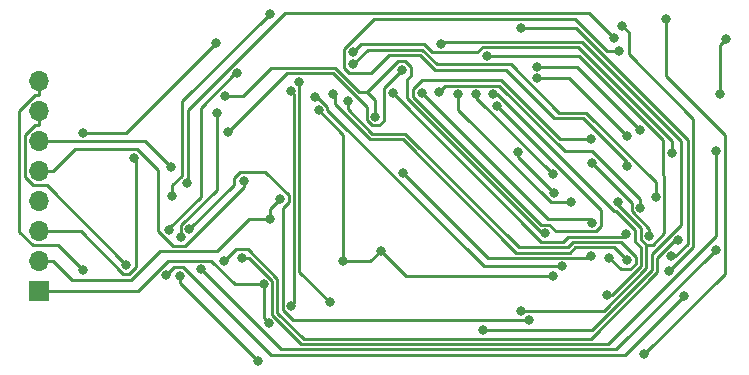
<source format=gbr>
G04 #@! TF.GenerationSoftware,KiCad,Pcbnew,5.0.2-bee76a0~70~ubuntu18.04.1*
G04 #@! TF.CreationDate,2019-01-18T08:46:58-08:00*
G04 #@! TF.ProjectId,SensorArray,53656e73-6f72-4417-9272-61792e6b6963,rev?*
G04 #@! TF.SameCoordinates,Original*
G04 #@! TF.FileFunction,Copper,L2,Bot*
G04 #@! TF.FilePolarity,Positive*
%FSLAX46Y46*%
G04 Gerber Fmt 4.6, Leading zero omitted, Abs format (unit mm)*
G04 Created by KiCad (PCBNEW 5.0.2-bee76a0~70~ubuntu18.04.1) date Fri 18 Jan 2019 08:46:58 AM PST*
%MOMM*%
%LPD*%
G01*
G04 APERTURE LIST*
G04 #@! TA.AperFunction,ComponentPad*
%ADD10R,1.700000X1.700000*%
G04 #@! TD*
G04 #@! TA.AperFunction,ComponentPad*
%ADD11O,1.700000X1.700000*%
G04 #@! TD*
G04 #@! TA.AperFunction,ViaPad*
%ADD12C,0.800000*%
G04 #@! TD*
G04 #@! TA.AperFunction,Conductor*
%ADD13C,0.250000*%
G04 #@! TD*
G04 APERTURE END LIST*
D10*
G04 #@! TO.P,J1,1*
G04 #@! TO.N,VCC*
X133350000Y-93980000D03*
D11*
G04 #@! TO.P,J1,2*
G04 #@! TO.N,GND*
X133350000Y-91440000D03*
G04 #@! TO.P,J1,3*
G04 #@! TO.N,/SD_IN*
X133350000Y-88900000D03*
G04 #@! TO.P,J1,4*
G04 #@! TO.N,/SC_IN*
X133350000Y-86360000D03*
G04 #@! TO.P,J1,5*
G04 #@! TO.N,/Reset*
X133350000Y-83820000D03*
G04 #@! TO.P,J1,6*
G04 #@! TO.N,/A0*
X133350000Y-81280000D03*
G04 #@! TO.P,J1,7*
G04 #@! TO.N,/A1*
X133350000Y-78740000D03*
G04 #@! TO.P,J1,8*
G04 #@! TO.N,/A2*
X133350000Y-76200000D03*
G04 #@! TD*
D12*
G04 #@! TO.N,GND*
X153759900Y-86121900D03*
X173908700Y-82199500D03*
X176983700Y-85666000D03*
X152900300Y-87845000D03*
G04 #@! TO.N,/OUT_1*
X180152500Y-83105300D03*
X185021600Y-89280700D03*
X186693300Y-92248000D03*
X182754200Y-71489900D03*
G04 #@! TO.N,/OUT_2*
X174130500Y-95624100D03*
X171252700Y-74037600D03*
X182382100Y-86375700D03*
G04 #@! TO.N,/OUT_3*
X161814500Y-79196000D03*
X149082000Y-77396900D03*
X176167600Y-89060900D03*
G04 #@! TO.N,/OUT_4*
X180124400Y-90972800D03*
X164180000Y-83959100D03*
G04 #@! TO.N,/OUT_5*
X157053100Y-78659100D03*
X176903300Y-92660000D03*
X162277900Y-90539000D03*
X159097200Y-91440000D03*
G04 #@! TO.N,VCC*
X152791300Y-96691300D03*
X152366800Y-93391500D03*
G04 #@! TO.N,/SD_IN*
X141362300Y-82644700D03*
G04 #@! TO.N,/Reset*
X150690900Y-84594700D03*
G04 #@! TO.N,/A0*
X144538100Y-83460500D03*
G04 #@! TO.N,/A1*
X140764600Y-91712800D03*
G04 #@! TO.N,/A2*
X137041400Y-92126300D03*
G04 #@! TO.N,Net-(JP1-Pad1)*
X137071100Y-80537000D03*
X148340700Y-72916800D03*
G04 #@! TO.N,/SD5_2.8*
X154721600Y-95191300D03*
X154659600Y-76988400D03*
G04 #@! TO.N,/SC5_2.8*
X157954300Y-94879200D03*
X155375500Y-76227000D03*
G04 #@! TO.N,/SD4*
X187499500Y-89624000D03*
X149051900Y-91396100D03*
G04 #@! TO.N,/SD4_2.8*
X185566000Y-85971900D03*
X159951100Y-74763000D03*
G04 #@! TO.N,/SC4*
X190672500Y-82055000D03*
X150583500Y-91112800D03*
G04 #@! TO.N,/SC4_2.8*
X159933000Y-73749200D03*
X186945500Y-82292800D03*
G04 #@! TO.N,/SD3*
X148387700Y-78915600D03*
X145347200Y-89382500D03*
G04 #@! TO.N,/SD3_2.8*
X149378300Y-80513600D03*
X164062100Y-75234200D03*
G04 #@! TO.N,/SC3*
X150147000Y-75500900D03*
X144383500Y-88756700D03*
G04 #@! TO.N,/SD2_2.8*
X170915300Y-97225700D03*
X167414900Y-73022600D03*
G04 #@! TO.N,/SD2*
X151915300Y-99901000D03*
X145285400Y-92669000D03*
G04 #@! TO.N,/SD0_2.8*
X175496300Y-74938300D03*
X184280500Y-80312500D03*
G04 #@! TO.N,/SD0*
X152875000Y-70460300D03*
X144655100Y-85924100D03*
X191561200Y-72581500D03*
X190991000Y-77298800D03*
G04 #@! TO.N,/SD1*
X187971800Y-94380700D03*
X144110400Y-92592900D03*
G04 #@! TO.N,/SD1_2.8*
X181428800Y-94304400D03*
X171804100Y-77292200D03*
G04 #@! TO.N,/SC2_2.8*
X184612700Y-99262600D03*
X186412600Y-70933400D03*
G04 #@! TO.N,/SC2*
X174829600Y-96366900D03*
X146087700Y-88708200D03*
G04 #@! TO.N,/SC0*
X182051800Y-72555800D03*
X145846700Y-84840500D03*
G04 #@! TO.N,/SC1_2.8*
X186908000Y-90978800D03*
X174167100Y-71672900D03*
G04 #@! TO.N,/SC1*
X190666500Y-90456100D03*
X147038100Y-92094300D03*
G04 #@! TO.N,Net-(R2-Pad2)*
X183135000Y-80812500D03*
X175495900Y-75938700D03*
G04 #@! TO.N,Net-(R3-Pad2)*
X183135000Y-83387000D03*
X182492300Y-73586000D03*
G04 #@! TO.N,Net-(R4-Pad2)*
X180128300Y-81056700D03*
X172146800Y-78322800D03*
G04 #@! TO.N,Net-(R5-Pad2)*
X176834600Y-84041000D03*
X170397900Y-77289600D03*
G04 #@! TO.N,Net-(R6-Pad2)*
X184257500Y-86903600D03*
X167241800Y-77069800D03*
G04 #@! TO.N,Net-(R7-Pad2)*
X165776800Y-77214400D03*
X180170400Y-88155300D03*
G04 #@! TO.N,Net-(R8-Pad2)*
X183042600Y-89080300D03*
X163295000Y-77216500D03*
G04 #@! TO.N,Net-(R9-Pad2)*
X181626300Y-91132300D03*
X159525800Y-77817800D03*
G04 #@! TO.N,Net-(R10-Pad2)*
X183135000Y-91349400D03*
X158215000Y-77232500D03*
G04 #@! TO.N,Net-(R11-Pad2)*
X156707400Y-77498100D03*
X177635500Y-91862500D03*
G04 #@! TO.N,Net-(R15-Pad2)*
X178377100Y-86382500D03*
X168830000Y-77289600D03*
G04 #@! TD*
D13*
G04 #@! TO.N,GND*
X153759900Y-86121900D02*
X152900300Y-86981500D01*
X152900300Y-86981500D02*
X152900300Y-87845000D01*
X152900300Y-87845000D02*
X151160300Y-87845000D01*
X151160300Y-87845000D02*
X148447200Y-90558100D01*
X148447200Y-90558100D02*
X143582200Y-90558100D01*
X143582200Y-90558100D02*
X141113800Y-93026500D01*
X141113800Y-93026500D02*
X136111800Y-93026500D01*
X136111800Y-93026500D02*
X134525300Y-91440000D01*
X173908700Y-82199500D02*
X173908700Y-82591000D01*
X173908700Y-82591000D02*
X176983700Y-85666000D01*
X133350000Y-91440000D02*
X134525300Y-91440000D01*
G04 #@! TO.N,/OUT_1*
X186693300Y-92248000D02*
X188716100Y-90225200D01*
X188716100Y-90225200D02*
X188716100Y-79352700D01*
X188716100Y-79352700D02*
X183279900Y-73916500D01*
X183279900Y-73916500D02*
X183279900Y-72015600D01*
X183279900Y-72015600D02*
X182754200Y-71489900D01*
X180152500Y-83105300D02*
X183532200Y-86485000D01*
X183532200Y-86485000D02*
X183532200Y-87204000D01*
X183532200Y-87204000D02*
X185021600Y-88693400D01*
X185021600Y-88693400D02*
X185021600Y-89280700D01*
G04 #@! TO.N,/OUT_2*
X184787700Y-90010800D02*
X185368600Y-90010800D01*
X185368600Y-90010800D02*
X186315700Y-89063700D01*
X186315700Y-89063700D02*
X186315700Y-84236700D01*
X186315700Y-84236700D02*
X186197300Y-84118300D01*
X186197300Y-84118300D02*
X186197300Y-81183800D01*
X186197300Y-81183800D02*
X179051100Y-74037600D01*
X179051100Y-74037600D02*
X171252700Y-74037600D01*
X182382100Y-86375700D02*
X182382100Y-86690800D01*
X182382100Y-86690800D02*
X184296300Y-88605000D01*
X184296300Y-88605000D02*
X184296300Y-89581100D01*
X184296300Y-89581100D02*
X184726000Y-90010800D01*
X184726000Y-90010800D02*
X184787700Y-90010800D01*
X174130500Y-95624100D02*
X181167800Y-95624100D01*
X181167800Y-95624100D02*
X184787700Y-92004200D01*
X184787700Y-92004200D02*
X184787700Y-90010800D01*
G04 #@! TO.N,/OUT_3*
X161155100Y-77100500D02*
X160489600Y-77100500D01*
X160489600Y-77100500D02*
X158440500Y-75051400D01*
X158440500Y-75051400D02*
X152959200Y-75051400D01*
X152959200Y-75051400D02*
X150613700Y-77396900D01*
X150613700Y-77396900D02*
X149082000Y-77396900D01*
X176167600Y-89060900D02*
X175955600Y-89060900D01*
X175955600Y-89060900D02*
X164532600Y-77637900D01*
X164532600Y-77637900D02*
X164532600Y-76019000D01*
X164532600Y-76019000D02*
X164817300Y-75734300D01*
X164817300Y-75734300D02*
X164817300Y-74960900D01*
X164817300Y-74960900D02*
X164317900Y-74461500D01*
X164317900Y-74461500D02*
X163794100Y-74461500D01*
X163794100Y-74461500D02*
X161155100Y-77100500D01*
X161155100Y-77100500D02*
X161814500Y-77759900D01*
X161814500Y-77759900D02*
X161814500Y-79196000D01*
G04 #@! TO.N,/OUT_4*
X164180000Y-83959100D02*
X171358000Y-91137100D01*
X171358000Y-91137100D02*
X179960100Y-91137100D01*
X179960100Y-91137100D02*
X180124400Y-90972800D01*
G04 #@! TO.N,/OUT_5*
X159097200Y-91440000D02*
X159097200Y-80703200D01*
X159097200Y-80703200D02*
X157053100Y-78659100D01*
X176903300Y-92660000D02*
X164398900Y-92660000D01*
X164398900Y-92660000D02*
X162277900Y-90539000D01*
X159097200Y-91440000D02*
X161376900Y-91440000D01*
X161376900Y-91440000D02*
X162277900Y-90539000D01*
G04 #@! TO.N,VCC*
X152366800Y-93391500D02*
X149915800Y-93391500D01*
X149915800Y-93391500D02*
X147889100Y-91364800D01*
X147889100Y-91364800D02*
X144312700Y-91364800D01*
X144312700Y-91364800D02*
X141697500Y-93980000D01*
X141697500Y-93980000D02*
X133350000Y-93980000D01*
X152366800Y-93391500D02*
X152366800Y-96266800D01*
X152366800Y-96266800D02*
X152791300Y-96691300D01*
G04 #@! TO.N,/SD_IN*
X141362300Y-82644700D02*
X141562000Y-82844400D01*
X141562000Y-82844400D02*
X141562000Y-91941300D01*
X141562000Y-91941300D02*
X141010900Y-92492400D01*
X141010900Y-92492400D02*
X140465400Y-92492400D01*
X140465400Y-92492400D02*
X136873000Y-88900000D01*
X136873000Y-88900000D02*
X133350000Y-88900000D01*
G04 #@! TO.N,/Reset*
X133350000Y-83820000D02*
X134525300Y-83820000D01*
X134525300Y-83820000D02*
X136446900Y-81898400D01*
X136446900Y-81898400D02*
X141661000Y-81898400D01*
X141661000Y-81898400D02*
X143463600Y-83701000D01*
X143463600Y-83701000D02*
X143463600Y-88866600D01*
X143463600Y-88866600D02*
X144704800Y-90107800D01*
X144704800Y-90107800D02*
X145729400Y-90107800D01*
X145729400Y-90107800D02*
X150690900Y-85146300D01*
X150690900Y-85146300D02*
X150690900Y-84594700D01*
G04 #@! TO.N,/A0*
X134525300Y-81280000D02*
X142357600Y-81280000D01*
X142357600Y-81280000D02*
X144538100Y-83460500D01*
X133350000Y-81280000D02*
X134525300Y-81280000D01*
G04 #@! TO.N,/A1*
X133350000Y-79915300D02*
X132982700Y-79915300D01*
X132982700Y-79915300D02*
X132174600Y-80723400D01*
X132174600Y-80723400D02*
X132174600Y-84308800D01*
X132174600Y-84308800D02*
X132871600Y-85005800D01*
X132871600Y-85005800D02*
X134057600Y-85005800D01*
X134057600Y-85005800D02*
X140764600Y-91712800D01*
X133350000Y-78740000D02*
X133350000Y-79915300D01*
G04 #@! TO.N,/A2*
X137041400Y-92126300D02*
X134990500Y-90075400D01*
X134990500Y-90075400D02*
X132832200Y-90075400D01*
X132832200Y-90075400D02*
X131690600Y-88933800D01*
X131690600Y-88933800D02*
X131690600Y-78667400D01*
X131690600Y-78667400D02*
X132982700Y-77375300D01*
X132982700Y-77375300D02*
X133350000Y-77375300D01*
X133350000Y-76200000D02*
X133350000Y-77375300D01*
G04 #@! TO.N,Net-(JP1-Pad1)*
X148340700Y-72916800D02*
X140720500Y-80537000D01*
X140720500Y-80537000D02*
X137071100Y-80537000D01*
G04 #@! TO.N,/SD5_2.8*
X154721600Y-95191300D02*
X154935500Y-94977400D01*
X154935500Y-94977400D02*
X154935500Y-77264300D01*
X154935500Y-77264300D02*
X154659600Y-76988400D01*
G04 #@! TO.N,/SC5_2.8*
X155375500Y-76227000D02*
X155385900Y-76237400D01*
X155385900Y-76237400D02*
X155385900Y-92310800D01*
X155385900Y-92310800D02*
X157954300Y-94879200D01*
G04 #@! TO.N,/SD4*
X149051900Y-91396100D02*
X150062100Y-90385900D01*
X150062100Y-90385900D02*
X151038000Y-90385900D01*
X151038000Y-90385900D02*
X153542400Y-92890300D01*
X153542400Y-92890300D02*
X153542400Y-95779700D01*
X153542400Y-95779700D02*
X155755900Y-97993200D01*
X155755900Y-97993200D02*
X180072500Y-97993200D01*
X180072500Y-97993200D02*
X185688300Y-92377400D01*
X185688300Y-92377400D02*
X185688300Y-91148500D01*
X185688300Y-91148500D02*
X187212800Y-89624000D01*
X187212800Y-89624000D02*
X187499500Y-89624000D01*
G04 #@! TO.N,/SD4_2.8*
X159951100Y-74763000D02*
X161190400Y-73523700D01*
X161190400Y-73523700D02*
X165790400Y-73523700D01*
X165790400Y-73523700D02*
X167029700Y-74763000D01*
X167029700Y-74763000D02*
X173288000Y-74763000D01*
X173288000Y-74763000D02*
X177371800Y-78846800D01*
X177371800Y-78846800D02*
X179664700Y-78846800D01*
X179664700Y-78846800D02*
X185566000Y-84748100D01*
X185566000Y-84748100D02*
X185566000Y-85971900D01*
G04 #@! TO.N,/SC4*
X190672500Y-82055000D02*
X190672500Y-89298000D01*
X190672500Y-89298000D02*
X181526900Y-98443600D01*
X181526900Y-98443600D02*
X155569400Y-98443600D01*
X155569400Y-98443600D02*
X153092100Y-95966300D01*
X153092100Y-95966300D02*
X153092100Y-93078800D01*
X153092100Y-93078800D02*
X151126100Y-91112800D01*
X151126100Y-91112800D02*
X150583500Y-91112800D01*
G04 #@! TO.N,/SC4_2.8*
X186945500Y-82292800D02*
X186945500Y-81248800D01*
X186945500Y-81248800D02*
X179009000Y-73312300D01*
X179009000Y-73312300D02*
X170912800Y-73312300D01*
X170912800Y-73312300D02*
X170476000Y-73749100D01*
X170476000Y-73749100D02*
X166652700Y-73749100D01*
X166652700Y-73749100D02*
X165972200Y-73068600D01*
X165972200Y-73068600D02*
X160613600Y-73068600D01*
X160613600Y-73068600D02*
X159933000Y-73749200D01*
G04 #@! TO.N,/SD3*
X148387700Y-78915600D02*
X148387700Y-85355700D01*
X148387700Y-85355700D02*
X145347200Y-88396200D01*
X145347200Y-88396200D02*
X145347200Y-89382500D01*
G04 #@! TO.N,/SD3_2.8*
X149378300Y-80513600D02*
X154390200Y-75501700D01*
X154390200Y-75501700D02*
X158253900Y-75501700D01*
X158253900Y-75501700D02*
X161089200Y-78337000D01*
X161089200Y-78337000D02*
X161089200Y-79496400D01*
X161089200Y-79496400D02*
X161514100Y-79921300D01*
X161514100Y-79921300D02*
X162174700Y-79921300D01*
X162174700Y-79921300D02*
X162569500Y-79526500D01*
X162569500Y-79526500D02*
X162569500Y-76726800D01*
X162569500Y-76726800D02*
X164062100Y-75234200D01*
G04 #@! TO.N,/SC3*
X144383500Y-88756700D02*
X144383500Y-88623000D01*
X144383500Y-88623000D02*
X147043700Y-85962800D01*
X147043700Y-85962800D02*
X147043700Y-78409400D01*
X147043700Y-78409400D02*
X149952100Y-75501000D01*
X149952100Y-75501000D02*
X150147000Y-75501000D01*
X150147000Y-75501000D02*
X150147000Y-75500900D01*
G04 #@! TO.N,/SD2_2.8*
X170915300Y-97225700D02*
X180203100Y-97225700D01*
X180203100Y-97225700D02*
X185238000Y-92190800D01*
X185238000Y-92190800D02*
X185238000Y-90852600D01*
X185238000Y-90852600D02*
X187712600Y-88378000D01*
X187712600Y-88378000D02*
X187712600Y-81284800D01*
X187712600Y-81284800D02*
X179289800Y-72862000D01*
X179289800Y-72862000D02*
X167575500Y-72862000D01*
X167575500Y-72862000D02*
X167414900Y-73022600D01*
G04 #@! TO.N,/SD2*
X145285400Y-92669000D02*
X145285400Y-93271100D01*
X145285400Y-93271100D02*
X151915300Y-99901000D01*
G04 #@! TO.N,/SD0_2.8*
X175496300Y-74938300D02*
X178906300Y-74938300D01*
X178906300Y-74938300D02*
X184280500Y-80312500D01*
G04 #@! TO.N,/SD0*
X152875000Y-70460300D02*
X145459100Y-77876200D01*
X145459100Y-77876200D02*
X145459100Y-84202400D01*
X145459100Y-84202400D02*
X144655100Y-85006400D01*
X144655100Y-85006400D02*
X144655100Y-85924100D01*
X190991000Y-77298800D02*
X190991000Y-73151700D01*
X190991000Y-73151700D02*
X191561200Y-72581500D01*
G04 #@! TO.N,/SD1*
X144110400Y-92592900D02*
X144794300Y-91909000D01*
X144794300Y-91909000D02*
X145553800Y-91909000D01*
X145553800Y-91909000D02*
X153018100Y-99373300D01*
X153018100Y-99373300D02*
X182979200Y-99373300D01*
X182979200Y-99373300D02*
X187971800Y-94380700D01*
G04 #@! TO.N,/SD1_2.8*
X171804100Y-77292200D02*
X172160900Y-77292200D01*
X172160900Y-77292200D02*
X182025700Y-87157000D01*
X182025700Y-87157000D02*
X182211400Y-87157000D01*
X182211400Y-87157000D02*
X183812600Y-88758200D01*
X183812600Y-88758200D02*
X183812600Y-89739800D01*
X183812600Y-89739800D02*
X184337400Y-90264600D01*
X184337400Y-90264600D02*
X184337400Y-91817600D01*
X184337400Y-91817600D02*
X181850600Y-94304400D01*
X181850600Y-94304400D02*
X181428800Y-94304400D01*
G04 #@! TO.N,/SC2_2.8*
X184612700Y-99262600D02*
X191397800Y-92477500D01*
X191397800Y-92477500D02*
X191397800Y-80760600D01*
X191397800Y-80760600D02*
X186412600Y-75775400D01*
X186412600Y-75775400D02*
X186412600Y-70933400D01*
G04 #@! TO.N,/SC2*
X174829600Y-96366900D02*
X154832200Y-96366900D01*
X154832200Y-96366900D02*
X153995600Y-95530300D01*
X153995600Y-95530300D02*
X153995600Y-86912000D01*
X153995600Y-86912000D02*
X154485200Y-86422400D01*
X154485200Y-86422400D02*
X154485200Y-85821400D01*
X154485200Y-85821400D02*
X152514800Y-83851000D01*
X152514800Y-83851000D02*
X150392900Y-83851000D01*
X150392900Y-83851000D02*
X149841000Y-84402900D01*
X149841000Y-84402900D02*
X149841000Y-84954900D01*
X149841000Y-84954900D02*
X146087700Y-88708200D01*
G04 #@! TO.N,/SC0*
X182051800Y-72555800D02*
X179942600Y-70446600D01*
X179942600Y-70446600D02*
X154155100Y-70446600D01*
X154155100Y-70446600D02*
X145970000Y-78631700D01*
X145970000Y-78631700D02*
X145970000Y-84717200D01*
X145970000Y-84717200D02*
X145846700Y-84840500D01*
G04 #@! TO.N,/SC1_2.8*
X186908000Y-90978800D02*
X187211500Y-90978800D01*
X187211500Y-90978800D02*
X188265800Y-89924500D01*
X188265800Y-89924500D02*
X188265800Y-81129800D01*
X188265800Y-81129800D02*
X178808900Y-71672900D01*
X178808900Y-71672900D02*
X174167100Y-71672900D01*
G04 #@! TO.N,/SC1*
X190666500Y-90456100D02*
X182227100Y-98895500D01*
X182227100Y-98895500D02*
X153839300Y-98895500D01*
X153839300Y-98895500D02*
X147038100Y-92094300D01*
G04 #@! TO.N,Net-(R2-Pad2)*
X175495900Y-75938700D02*
X178261200Y-75938700D01*
X178261200Y-75938700D02*
X183135000Y-80812500D01*
G04 #@! TO.N,Net-(R3-Pad2)*
X182492300Y-73586000D02*
X181432600Y-73586000D01*
X181432600Y-73586000D02*
X178743500Y-70896900D01*
X178743500Y-70896900D02*
X161759500Y-70896900D01*
X161759500Y-70896900D02*
X159167000Y-73489400D01*
X159167000Y-73489400D02*
X159167000Y-75038200D01*
X159167000Y-75038200D02*
X159631800Y-75503000D01*
X159631800Y-75503000D02*
X161460900Y-75503000D01*
X161460900Y-75503000D02*
X162989900Y-73974000D01*
X162989900Y-73974000D02*
X165603800Y-73974000D01*
X165603800Y-73974000D02*
X166843100Y-75213300D01*
X166843100Y-75213300D02*
X172888400Y-75213300D01*
X172888400Y-75213300D02*
X176972200Y-79297100D01*
X176972200Y-79297100D02*
X179420100Y-79297100D01*
X179420100Y-79297100D02*
X183135000Y-83012000D01*
X183135000Y-83012000D02*
X183135000Y-83387000D01*
G04 #@! TO.N,Net-(R4-Pad2)*
X172146800Y-78322800D02*
X180945100Y-87121100D01*
X180945100Y-87121100D02*
X180945100Y-88427400D01*
X180945100Y-88427400D02*
X180486900Y-88885600D01*
X180486900Y-88885600D02*
X177088800Y-88885600D01*
X177088800Y-88885600D02*
X176538800Y-88335600D01*
X176538800Y-88335600D02*
X175867200Y-88335600D01*
X175867200Y-88335600D02*
X165042400Y-77510800D01*
X165042400Y-77510800D02*
X165042400Y-76870800D01*
X165042400Y-76870800D02*
X165799300Y-76113900D01*
X165799300Y-76113900D02*
X172515200Y-76113900D01*
X172515200Y-76113900D02*
X177458000Y-81056700D01*
X177458000Y-81056700D02*
X180128300Y-81056700D01*
G04 #@! TO.N,Net-(R5-Pad2)*
X170397900Y-77289600D02*
X170397900Y-77604300D01*
X170397900Y-77604300D02*
X176834600Y-84041000D01*
G04 #@! TO.N,Net-(R6-Pad2)*
X167241800Y-77069800D02*
X167747400Y-76564200D01*
X167747400Y-76564200D02*
X172328600Y-76564200D01*
X172328600Y-76564200D02*
X177849500Y-82085100D01*
X177849500Y-82085100D02*
X180199700Y-82085100D01*
X180199700Y-82085100D02*
X184257500Y-86142900D01*
X184257500Y-86142900D02*
X184257500Y-86903600D01*
G04 #@! TO.N,Net-(R7-Pad2)*
X180170400Y-88155300D02*
X179900400Y-87885300D01*
X179900400Y-87885300D02*
X176447700Y-87885300D01*
X176447700Y-87885300D02*
X165776800Y-77214400D01*
G04 #@! TO.N,Net-(R8-Pad2)*
X183042600Y-89080300D02*
X182787000Y-89335900D01*
X182787000Y-89335900D02*
X178152400Y-89335900D01*
X178152400Y-89335900D02*
X177702100Y-89786200D01*
X177702100Y-89786200D02*
X175864700Y-89786200D01*
X175864700Y-89786200D02*
X163295000Y-77216500D01*
G04 #@! TO.N,Net-(R9-Pad2)*
X159525800Y-77817800D02*
X159525800Y-78569900D01*
X159525800Y-78569900D02*
X161576600Y-80620700D01*
X161576600Y-80620700D02*
X164340200Y-80620700D01*
X164340200Y-80620700D02*
X173956000Y-90236500D01*
X173956000Y-90236500D02*
X178113600Y-90236500D01*
X178113600Y-90236500D02*
X178563900Y-89786200D01*
X178563900Y-89786200D02*
X182610900Y-89786200D01*
X182610900Y-89786200D02*
X183887100Y-91062400D01*
X183887100Y-91062400D02*
X183887100Y-91631000D01*
X183887100Y-91631000D02*
X183396300Y-92121800D01*
X183396300Y-92121800D02*
X182615800Y-92121800D01*
X182615800Y-92121800D02*
X181626300Y-91132300D01*
G04 #@! TO.N,Net-(R10-Pad2)*
X158215000Y-77232500D02*
X158393100Y-77410600D01*
X158393100Y-77410600D02*
X158393200Y-77410600D01*
X158393200Y-77410600D02*
X158393200Y-78074200D01*
X158393200Y-78074200D02*
X161390000Y-81071000D01*
X161390000Y-81071000D02*
X164153600Y-81071000D01*
X164153600Y-81071000D02*
X173769400Y-90686800D01*
X173769400Y-90686800D02*
X178300400Y-90686800D01*
X178300400Y-90686800D02*
X178750700Y-90236500D01*
X178750700Y-90236500D02*
X182022100Y-90236500D01*
X182022100Y-90236500D02*
X183135000Y-91349400D01*
G04 #@! TO.N,Net-(R11-Pad2)*
X156707400Y-77498100D02*
X156917900Y-77498100D01*
X156917900Y-77498100D02*
X157778400Y-78358600D01*
X157778400Y-78358600D02*
X157778400Y-78586300D01*
X157778400Y-78586300D02*
X171054600Y-91862500D01*
X171054600Y-91862500D02*
X177635500Y-91862500D01*
G04 #@! TO.N,Net-(R15-Pad2)*
X168830000Y-77289600D02*
X168830000Y-78596900D01*
X168830000Y-78596900D02*
X176674200Y-86441100D01*
X176674200Y-86441100D02*
X178318500Y-86441100D01*
X178318500Y-86441100D02*
X178377100Y-86382500D01*
G04 #@! TD*
M02*

</source>
